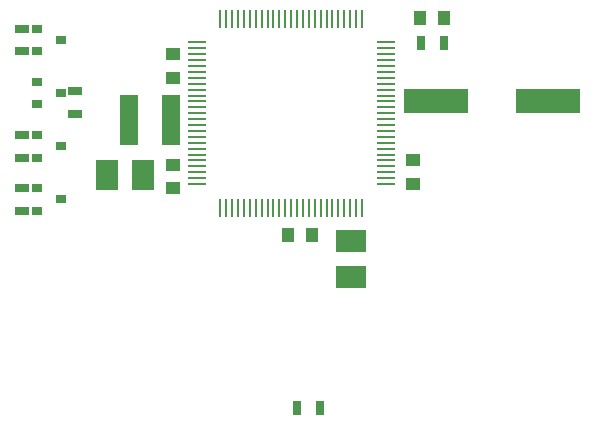
<source format=gtp>
G04 #@! TF.FileFunction,Paste,Top*
%FSLAX46Y46*%
G04 Gerber Fmt 4.6, Leading zero omitted, Abs format (unit mm)*
G04 Created by KiCad (PCBNEW 4.0.7) date 06/01/18 20:18:40*
%MOMM*%
%LPD*%
G01*
G04 APERTURE LIST*
%ADD10C,0.100000*%
%ADD11R,0.290000X1.500000*%
%ADD12R,1.500000X0.290000*%
%ADD13R,0.900000X0.800000*%
%ADD14R,1.250000X1.000000*%
%ADD15R,1.000000X1.250000*%
%ADD16R,5.500000X2.000000*%
%ADD17R,0.700000X1.300000*%
%ADD18R,1.300000X0.700000*%
%ADD19R,2.500000X1.950000*%
%ADD20R,1.950000X2.500000*%
%ADD21R,1.500000X4.200000*%
G04 APERTURE END LIST*
D10*
D11*
X39000000Y-61000000D03*
X39500000Y-61000000D03*
X40000000Y-61000000D03*
X40500000Y-61000000D03*
X41000000Y-61000000D03*
X41500000Y-61000000D03*
X42000000Y-61000000D03*
X42500000Y-61000000D03*
X43000000Y-61000000D03*
X43500000Y-61000000D03*
X44000000Y-61000000D03*
X44500000Y-61000000D03*
X45000000Y-61000000D03*
X45500000Y-61000000D03*
X46000000Y-61000000D03*
X46500000Y-61000000D03*
X47000000Y-61000000D03*
X47500000Y-61000000D03*
X48000000Y-61000000D03*
X48500000Y-61000000D03*
X49000000Y-61000000D03*
X49500000Y-61000000D03*
X50000000Y-61000000D03*
X50500000Y-61000000D03*
X51000000Y-61000000D03*
D12*
X53000000Y-59000000D03*
X53000000Y-58500000D03*
X53000000Y-58000000D03*
X53000000Y-57500000D03*
X53000000Y-57000000D03*
X53000000Y-56500000D03*
X53000000Y-56000000D03*
X53000000Y-55500000D03*
X53000000Y-55000000D03*
X53000000Y-54500000D03*
X53000000Y-54000000D03*
X53000000Y-53500000D03*
X53000000Y-53000000D03*
X53000000Y-52500000D03*
X53000000Y-52000000D03*
X53000000Y-51500000D03*
X53000000Y-51000000D03*
X53000000Y-50500000D03*
X53000000Y-50000000D03*
X53000000Y-49500000D03*
X53000000Y-49000000D03*
X53000000Y-48500000D03*
X53000000Y-48000000D03*
X53000000Y-47500000D03*
X53000000Y-47000000D03*
D11*
X51000000Y-45000000D03*
X50500000Y-45000000D03*
X50000000Y-45000000D03*
X49500000Y-45000000D03*
X49000000Y-45000000D03*
X48500000Y-45000000D03*
X48000000Y-45000000D03*
X47500000Y-45000000D03*
X47000000Y-45000000D03*
X46500000Y-45000000D03*
X46000000Y-45000000D03*
X45500000Y-45000000D03*
X45000000Y-45000000D03*
X44500000Y-45000000D03*
X44000000Y-45000000D03*
X43500000Y-45000000D03*
X43000000Y-45000000D03*
X42500000Y-45000000D03*
X42000000Y-45000000D03*
X41500000Y-45000000D03*
X41000000Y-45000000D03*
X40500000Y-45000000D03*
X40000000Y-45000000D03*
X39500000Y-45000000D03*
X39000000Y-45000000D03*
D12*
X37000000Y-47000000D03*
X37000000Y-47500000D03*
X37000000Y-48000000D03*
X37000000Y-48500000D03*
X37000000Y-49000000D03*
X37000000Y-49500000D03*
X37000000Y-50000000D03*
X37000000Y-50500000D03*
X37000000Y-51000000D03*
X37000000Y-51500000D03*
X37000000Y-52000000D03*
X37000000Y-52500000D03*
X37000000Y-53000000D03*
X37000000Y-53500000D03*
X37000000Y-54000000D03*
X37000000Y-54500000D03*
X37000000Y-55000000D03*
X37000000Y-55500000D03*
X37000000Y-56000000D03*
X37000000Y-56500000D03*
X37000000Y-57000000D03*
X37000000Y-57500000D03*
X37000000Y-58000000D03*
X37000000Y-58500000D03*
X37000000Y-59000000D03*
D13*
X23500000Y-45850000D03*
X23500000Y-47750000D03*
X25500000Y-46800000D03*
D14*
X35030000Y-57370000D03*
X35030000Y-59370000D03*
D15*
X55940000Y-44970000D03*
X57940000Y-44970000D03*
D14*
X55320000Y-58960000D03*
X55320000Y-56960000D03*
X35000000Y-48000000D03*
X35000000Y-50000000D03*
D15*
X44760000Y-63300000D03*
X46760000Y-63300000D03*
D16*
X66750000Y-52000000D03*
X57250000Y-52000000D03*
D17*
X57930000Y-47020000D03*
X56030000Y-47020000D03*
X45530000Y-77970000D03*
X47430000Y-77970000D03*
D13*
X23500000Y-50350000D03*
X23500000Y-52250000D03*
X25500000Y-51300000D03*
X23500000Y-59350000D03*
X23500000Y-61250000D03*
X25500000Y-60300000D03*
X23500000Y-54850000D03*
X23500000Y-56750000D03*
X25500000Y-55800000D03*
D18*
X26700000Y-51150000D03*
X26700000Y-53050000D03*
X22200000Y-61250000D03*
X22200000Y-59350000D03*
X22200000Y-47750000D03*
X22200000Y-45850000D03*
X22200000Y-56750000D03*
X22200000Y-54850000D03*
D19*
X50060000Y-66870000D03*
X50060000Y-63820000D03*
D20*
X29380000Y-58190000D03*
X32430000Y-58190000D03*
D21*
X34860000Y-53550000D03*
X31260000Y-53550000D03*
M02*

</source>
